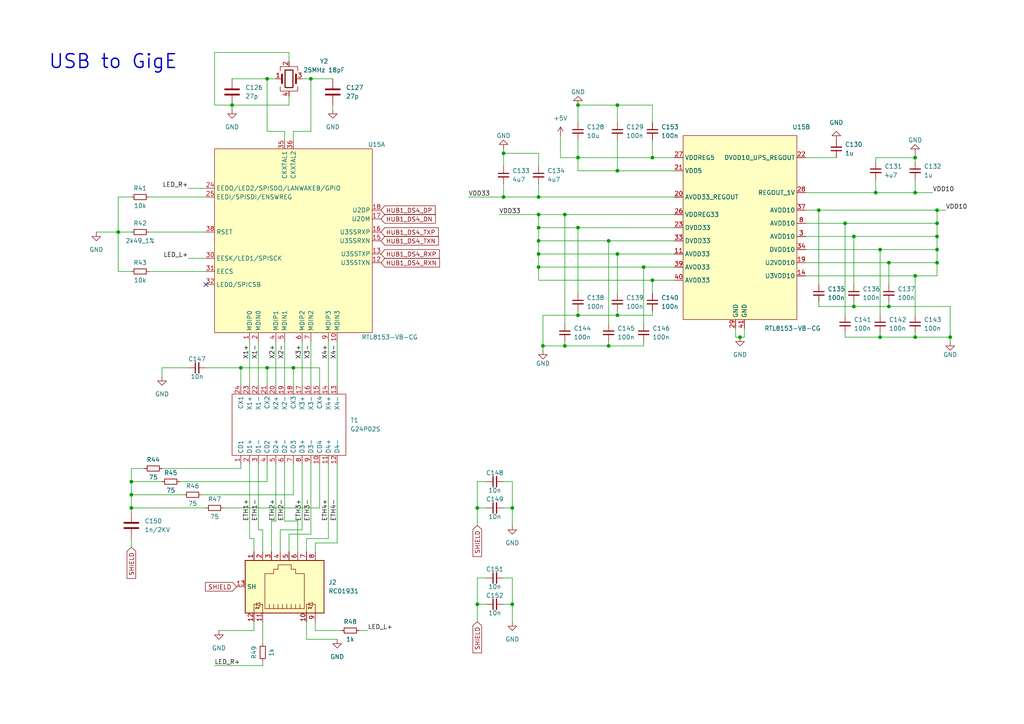
<source format=kicad_sch>
(kicad_sch (version 20230121) (generator eeschema)
  (paper "A4")
  (lib_symbols
    (symbol "CakeUSB:G24P02S"
      (property "Reference" "T" (at -8.89 17.78 0))
      (property "Value" "G24P02S" (at 8.89 17.78 0))
      (symbol "G24P02S_0_1"
        (rectangle (start -8.89 16.51) (end 8.89 -16.51))
      )
      (symbol "G24P02S_1_1"
        (pin bidirectional line (at -11.43 13.97 0) (length 2.54) (name "CD1") (number "1"))
        (pin bidirectional line (at -11.43 -8.89 0) (length 2.54) (name "CD4") (number "10"))
        (pin bidirectional line (at -11.43 -11.43 0) (length 2.54) (name "D4+") (number "11"))
        (pin bidirectional line (at -11.43 -13.97 0) (length 2.54) (name "D4-") (number "12"))
        (pin bidirectional line (at 11.43 -13.97 180) (length 2.54) (name "X4-") (number "13"))
        (pin bidirectional line (at 11.43 -11.43 180) (length 2.54) (name "X4+") (number "14"))
        (pin bidirectional line (at 11.43 -8.89 180) (length 2.54) (name "CX4") (number "15"))
        (pin bidirectional line (at 11.43 -6.35 180) (length 2.54) (name "X3-") (number "16"))
        (pin bidirectional line (at 11.43 -3.81 180) (length 2.54) (name "X3+") (number "17"))
        (pin bidirectional line (at 11.43 -1.27 180) (length 2.54) (name "CX3") (number "18"))
        (pin bidirectional line (at 11.43 1.27 180) (length 2.54) (name "X2-") (number "19"))
        (pin bidirectional line (at -11.43 11.43 0) (length 2.54) (name "D1+") (number "2"))
        (pin bidirectional line (at 11.43 3.81 180) (length 2.54) (name "X2+") (number "20"))
        (pin bidirectional line (at 11.43 6.35 180) (length 2.54) (name "CX2") (number "21"))
        (pin bidirectional line (at 11.43 8.89 180) (length 2.54) (name "X1-") (number "22"))
        (pin bidirectional line (at 11.43 11.43 180) (length 2.54) (name "X1+") (number "23"))
        (pin bidirectional line (at 11.43 13.97 180) (length 2.54) (name "CX1") (number "24"))
        (pin bidirectional line (at -11.43 8.89 0) (length 2.54) (name "D1-") (number "3"))
        (pin bidirectional line (at -11.43 6.35 0) (length 2.54) (name "CD2") (number "4"))
        (pin bidirectional line (at -11.43 3.81 0) (length 2.54) (name "D2+") (number "5"))
        (pin bidirectional line (at -11.43 1.27 0) (length 2.54) (name "D2-") (number "6"))
        (pin bidirectional line (at -11.43 -1.27 0) (length 2.54) (name "CD3") (number "7"))
        (pin bidirectional line (at -11.43 -3.81 0) (length 2.54) (name "D3+") (number "8"))
        (pin bidirectional line (at -11.43 -6.35 0) (length 2.54) (name "D3-") (number "9"))
      )
    )
    (symbol "CakeUSB:RC01931"
      (property "Reference" "J" (at -8.89 13.97 0))
      (property "Value" "RC01931" (at 10.16 13.97 0))
      (symbol "RC01931_0_1"
        (rectangle (start -7.62 11.43) (end 7.62 -11.43) (stroke (width 0.254)) (fill (type background)))
        (polyline (pts (xy -7.62 -8.89) (xy -5.08 -8.89)))
        (polyline (pts (xy -7.62 -6.35) (xy -5.08 -6.35)))
        (polyline (pts (xy -7.62 6.35) (xy -5.08 6.35)))
        (polyline (pts (xy -7.62 8.89) (xy -5.08 8.89)))
        (polyline (pts (xy -6.3462 -8.4227) (xy -6.2192 -8.0417)))
        (polyline (pts (xy -6.3462 -7.7877) (xy -6.2192 -7.4067)))
        (polyline (pts (xy -6.3324 6.8233) (xy -6.2054 7.2043)))
        (polyline (pts (xy -6.3324 7.4583) (xy -6.2054 7.8393)))
        (polyline (pts (xy -5.08 3.175) (xy -6.35 3.175)))
        (polyline (pts (xy -5.08 4.445) (xy -6.35 4.445)))
        (polyline (pts (xy -5.0762 -8.9307) (xy -5.0762 -8.1687)))
        (polyline (pts (xy -5.0762 -6.3907) (xy -5.0762 -7.1527)))
        (polyline (pts (xy -5.0624 6.3153) (xy -5.0624 7.0773)))
        (polyline (pts (xy -5.0624 8.8553) (xy -5.0624 8.0933)))
        (polyline (pts (xy -4.5682 -8.1687) (xy -5.5842 -8.1687)))
        (polyline (pts (xy -4.5544 7.0773) (xy -5.5704 7.0773)))
        (polyline (pts (xy -6.35 -4.445) (xy -5.08 -4.445) (xy -5.08 -4.445)))
        (polyline (pts (xy -6.35 -3.175) (xy -5.08 -3.175) (xy -5.08 -3.175)))
        (polyline (pts (xy -6.35 -1.905) (xy -5.08 -1.905) (xy -5.08 -1.905)))
        (polyline (pts (xy -6.35 -0.635) (xy -5.08 -0.635) (xy -5.08 -0.635)))
        (polyline (pts (xy -6.35 0.635) (xy -5.08 0.635) (xy -5.08 0.635)))
        (polyline (pts (xy -5.8382 -7.9147) (xy -6.3462 -8.4227) (xy -5.9652 -8.2957)))
        (polyline (pts (xy -5.8382 -7.2797) (xy -6.3462 -7.7877) (xy -5.9652 -7.6607)))
        (polyline (pts (xy -5.8244 7.3313) (xy -6.3324 6.8233) (xy -5.9514 6.9503)))
        (polyline (pts (xy -5.8244 7.9663) (xy -6.3324 7.4583) (xy -5.9514 7.5853)))
        (polyline (pts (xy -5.08 1.905) (xy -6.35 1.905) (xy -6.35 1.905)))
        (polyline (pts (xy -5.0762 -8.1687) (xy -4.5682 -7.1527) (xy -5.5842 -7.1527) (xy -5.0762 -8.1687)))
        (polyline (pts (xy -5.0624 7.0773) (xy -4.5544 8.0933) (xy -5.5704 8.0933) (xy -5.0624 7.0773)))
        (polyline (pts (xy -6.35 -5.715) (xy -6.35 5.715) (xy 3.81 5.715) (xy 3.81 3.175) (xy 5.08 3.175) (xy 5.08 1.905) (xy 6.35 1.905) (xy 6.35 -1.905) (xy 5.08 -1.905) (xy 5.08 -3.175) (xy 3.81 -3.175) (xy 3.81 -5.715) (xy -6.35 -5.715) (xy -6.35 -5.715)))
      )
      (symbol "RC01931_1_1"
        (pin passive line (at 10.16 -8.89 180) (length 2.54) (name "~") (number "1"))
        (pin passive line (at -10.16 6.35 0) (length 2.54) (name "~") (number "10"))
        (pin passive line (at -10.16 -6.35 0) (length 2.54) (name "~") (number "11"))
        (pin passive line (at -10.16 -8.89 0) (length 2.54) (name "~") (number "12"))
        (pin passive line (at 0 -13.97 90) (length 2.54) (name "SH") (number "13"))
        (pin passive line (at 10.16 -6.35 180) (length 2.54) (name "~") (number "2"))
        (pin passive line (at 10.16 -3.81 180) (length 2.54) (name "~") (number "3"))
        (pin passive line (at 10.16 -1.27 180) (length 2.54) (name "~") (number "4"))
        (pin passive line (at 10.16 1.27 180) (length 2.54) (name "~") (number "5"))
        (pin passive line (at 10.16 3.81 180) (length 2.54) (name "~") (number "6"))
        (pin passive line (at 10.16 6.35 180) (length 2.54) (name "~") (number "7"))
        (pin passive line (at 10.16 8.89 180) (length 2.54) (name "~") (number "8"))
        (pin passive line (at -10.16 8.89 0) (length 2.54) (name "~") (number "9"))
      )
    )
    (symbol "CakeUSB:RTL8153B-VB-CG"
      (property "Reference" "U" (at -17.78 29.21 0))
      (property "Value" "RTL8153-VB-CG" (at 25.4 29.21 0))
      (symbol "RTL8153B-VB-CG_1_1"
        (rectangle (start -22.86 26.67) (end 22.86 -26.67) (fill (type background)))
        (pin passive line (at -12.7 -29.21 90) (length 2.54) (name "MDIP0") (number "1"))
        (pin passive line (at 12.7 -29.21 90) (length 2.54) (name "MDIN3") (number "10"))
        (pin output line (at 25.4 -6.35 180) (length 2.54) (name "U3SSTXN") (number "12"))
        (pin output line (at 25.4 -3.81 180) (length 2.54) (name "U3SSTXP") (number "13"))
        (pin input line (at 25.4 0 180) (length 2.54) (name "U3SSRXN") (number "15"))
        (pin input line (at 25.4 2.54 180) (length 2.54) (name "U3SSRXP") (number "16"))
        (pin bidirectional line (at 25.4 6.35 180) (length 2.54) (name "U2DM") (number "17"))
        (pin bidirectional line (at 25.4 8.89 180) (length 2.54) (name "U2DP") (number "18"))
        (pin passive line (at -10.16 -29.21 90) (length 2.54) (name "MDIN0") (number "2"))
        (pin passive line (at -25.4 15.24 0) (length 2.54) (name "EEDO/LED2/SPISDO/LANWAKEB/GPIO") (number "24"))
        (pin passive line (at -25.4 12.7 0) (length 2.54) (name "EEDI/SPISDI/ENSWREG") (number "25"))
        (pin passive line (at -25.4 -5.08 0) (length 2.54) (name "EESK/LED1/SPISCK") (number "30"))
        (pin passive line (at -25.4 -8.89 0) (length 2.54) (name "EECS") (number "31"))
        (pin passive line (at -25.4 -12.7 0) (length 2.54) (name "LED0/SPICSB") (number "32"))
        (pin input line (at -2.54 29.21 270) (length 2.54) (name "CKXTAL1") (number "35"))
        (pin bidirectional line (at 0 29.21 270) (length 2.54) (name "CKXTAL2") (number "36"))
        (pin passive line (at -25.4 2.54 0) (length 2.54) (name "RSET") (number "38"))
        (pin passive line (at -5.08 -29.21 90) (length 2.54) (name "MDIP1") (number "4"))
        (pin passive line (at -2.54 -29.21 90) (length 2.54) (name "MDIN1") (number "5"))
        (pin passive line (at 2.54 -29.21 90) (length 2.54) (name "MDIP2") (number "6"))
        (pin passive line (at 5.08 -29.21 90) (length 2.54) (name "MDIN2") (number "7"))
        (pin passive line (at 10.16 -29.21 90) (length 2.54) (name "MDIP3") (number "9"))
      )
      (symbol "RTL8153B-VB-CG_2_1"
        (rectangle (start -16.51 26.67) (end 16.51 -26.67) (fill (type background)))
        (pin power_in line (at -19.05 -7.62 0) (length 2.54) (name "AVDD33") (number "11"))
        (pin power_in line (at 19.05 -13.97 180) (length 2.54) (name "U3VDD10") (number "14"))
        (pin power_in line (at 19.05 -10.16 180) (length 2.54) (name "U2VDD10") (number "19"))
        (pin power_out line (at -19.05 8.89 0) (length 2.54) (name "AVDD33_REGOUT") (number "20"))
        (pin power_in line (at -19.05 16.51 0) (length 2.54) (name "VDD5") (number "21"))
        (pin power_out line (at 19.05 20.32 180) (length 2.54) (name "DVDD10_UPS_REGOUT") (number "22"))
        (pin power_in line (at -19.05 0 0) (length 2.54) (name "DVDD33") (number "23"))
        (pin power_in line (at -19.05 3.81 0) (length 2.54) (name "VDDREG33") (number "26"))
        (pin power_in line (at -19.05 20.32 0) (length 2.54) (name "VDDREG5") (number "27"))
        (pin power_out line (at 19.05 10.16 180) (length 2.54) (name "REGOUT_1V") (number "28"))
        (pin power_in line (at -1.27 -29.21 90) (length 2.54) (name "GND") (number "29"))
        (pin power_in line (at 19.05 -2.54 180) (length 2.54) (name "AVDD10") (number "3"))
        (pin power_in line (at -19.05 -3.81 0) (length 2.54) (name "DVDD33") (number "33"))
        (pin power_in line (at 19.05 -6.35 180) (length 2.54) (name "DVDD10") (number "34"))
        (pin power_in line (at 19.05 5.08 180) (length 2.54) (name "AVDD10") (number "37"))
        (pin power_in line (at -19.05 -11.43 0) (length 2.54) (name "AVDD33") (number "39"))
        (pin power_in line (at -19.05 -15.24 0) (length 2.54) (name "AVDD33") (number "40"))
        (pin power_in line (at 1.27 -29.21 90) (length 2.54) (name "GND") (number "41"))
        (pin power_in line (at 19.05 1.27 180) (length 2.54) (name "AVDD10") (number "8"))
      )
    )
    (symbol "Device:C" (pin_numbers hide) (pin_names (offset 0.254))
      (property "Reference" "C" (at 0.635 2.54 0))
      (property "Value" "C" (at 0.635 -2.54 0))
      (symbol "C_0_1"
        (polyline (pts (xy -2.032 -0.762) (xy 2.032 -0.762)) (stroke (width 0.508)))
        (polyline (pts (xy -2.032 0.762) (xy 2.032 0.762)) (stroke (width 0.508)))
      )
      (symbol "C_1_1"
        (pin passive line (at 0 3.81 270) (length 2.794) (name "~") (number "1"))
        (pin passive line (at 0 -3.81 90) (length 2.794) (name "~") (number "2"))
      )
    )
    (symbol "Device:C_Small" (pin_numbers hide) (pin_names (offset 0.254) hide)
      (property "Reference" "C" (at 0.254 1.778 0))
      (property "Value" "C_Small" (at 0.254 -2.032 0))
      (symbol "C_Small_0_1"
        (polyline (pts (xy -1.524 -0.508) (xy 1.524 -0.508)) (stroke (width 0.3302)))
        (polyline (pts (xy -1.524 0.508) (xy 1.524 0.508)) (stroke (width 0.3048)))
      )
      (symbol "C_Small_1_1"
        (pin passive line (at 0 2.54 270) (length 2.032) (name "~") (number "1"))
        (pin passive line (at 0 -2.54 90) (length 2.032) (name "~") (number "2"))
      )
    )
    (symbol "Device:Crystal_GND24" (pin_names (offset 1.016) hide)
      (property "Reference" "Y" (at 3.175 5.08 0))
      (property "Value" "Crystal_GND24" (at 3.175 3.175 0))
      (symbol "Crystal_GND24_0_1"
        (rectangle (start -1.143 2.54) (end 1.143 -2.54) (stroke (width 0.3048)))
        (polyline (pts (xy -2.54 0) (xy -2.032 0)))
        (polyline (pts (xy -2.032 -1.27) (xy -2.032 1.27)) (stroke (width 0.508)))
        (polyline (pts (xy 0 -3.81) (xy 0 -3.556)))
        (polyline (pts (xy 0 3.556) (xy 0 3.81)))
        (polyline (pts (xy 2.032 -1.27) (xy 2.032 1.27)) (stroke (width 0.508)))
        (polyline (pts (xy 2.032 0) (xy 2.54 0)))
        (polyline (pts (xy -2.54 -2.286) (xy -2.54 -3.556) (xy 2.54 -3.556) (xy 2.54 -2.286)))
        (polyline (pts (xy -2.54 2.286) (xy -2.54 3.556) (xy 2.54 3.556) (xy 2.54 2.286)))
      )
      (symbol "Crystal_GND24_1_1"
        (pin passive line (at -3.81 0 0) (length 1.27) (name "1") (number "1"))
        (pin passive line (at 0 5.08 270) (length 1.27) (name "2") (number "2"))
        (pin passive line (at 3.81 0 180) (length 1.27) (name "3") (number "3"))
        (pin passive line (at 0 -5.08 90) (length 1.27) (name "4") (number "4"))
      )
    )
    (symbol "Device:R_Small" (pin_numbers hide) (pin_names (offset 0.254) hide)
      (property "Reference" "R" (at 0.762 0.508 0))
      (property "Value" "R_Small" (at 0.762 -1.016 0))
      (symbol "R_Small_0_1"
        (rectangle (start -0.762 1.778) (end 0.762 -1.778) (stroke (width 0.2032)))
      )
      (symbol "R_Small_1_1"
        (pin passive line (at 0 2.54 270) (length 0.762) (name "~") (number "1"))
        (pin passive line (at 0 -2.54 90) (length 0.762) (name "~") (number "2"))
      )
    )
    (symbol "power:+5V" (power) (pin_names (offset 0))
      (property "Value" "+5V" (at 0 3.556 0))
      (symbol "+5V_0_1"
        (polyline (pts (xy -0.762 1.27) (xy 0 2.54)))
        (polyline (pts (xy 0 0) (xy 0 2.54)))
        (polyline (pts (xy 0 2.54) (xy 0.762 1.27)))
      )
      (symbol "+5V_1_1"
        (pin power_in line (at 0 0 90) (length 0) hide (name "+5V") (number "1"))
      )
    )
    (symbol "power:GND" (power) (pin_names (offset 0))
      (property "Value" "GND" (at 0 -3.81 0))
      (symbol "GND_0_1"
        (polyline (pts (xy 0 0) (xy 0 -1.27) (xy 1.27 -1.27) (xy 0 -2.54) (xy -1.27 -1.27) (xy 0 -1.27)))
      )
      (symbol "GND_1_1"
        (pin power_in line (at 0 0 270) (length 0) hide (name "GND") (number "1"))
      )
    )
  )
  (junction (at 254 55.88))
  (junction (at 146.05 44.45))
  (junction (at 179.07 30.48))
  (junction (at 38.1 147.32))
  (junction (at 156.21 73.66))
  (junction (at 163.83 62.23))
  (junction (at 176.53 100.33))
  (junction (at 38.1 143.51))
  (junction (at 247.65 68.58))
  (junction (at 179.07 49.53))
  (junction (at 167.64 30.48))
  (junction (at 271.78 76.2))
  (junction (at 186.69 77.47))
  (junction (at 156.21 57.15))
  (junction (at 265.43 45.72))
  (junction (at 85.09 106.68))
  (junction (at 146.05 57.15))
  (junction (at 77.47 106.68))
  (junction (at 148.59 175.26))
  (junction (at 156.21 77.47))
  (junction (at 167.64 45.72))
  (junction (at 257.81 88.9))
  (junction (at 271.78 72.39))
  (junction (at 179.07 73.66))
  (junction (at 265.43 80.01))
  (junction (at 247.65 88.9))
  (junction (at 167.64 66.04))
  (junction (at 271.78 68.58))
  (junction (at 163.83 100.33))
  (junction (at 237.49 60.96))
  (junction (at 156.21 66.04))
  (junction (at 138.43 175.26))
  (junction (at 255.27 72.39))
  (junction (at 271.78 60.96))
  (junction (at 34.29 67.31))
  (junction (at 265.43 97.79))
  (junction (at 77.47 22.86))
  (junction (at 156.21 69.85))
  (junction (at 275.59 97.79))
  (junction (at 67.31 30.48))
  (junction (at 90.17 22.86))
  (junction (at 148.59 147.32))
  (junction (at 179.07 91.44))
  (junction (at 255.27 97.79))
  (junction (at 38.1 139.7))
  (junction (at 176.53 69.85))
  (junction (at 257.81 76.2))
  (junction (at 189.23 45.72))
  (junction (at 167.64 91.44))
  (junction (at 265.43 55.88))
  (junction (at 245.11 64.77))
  (junction (at 189.23 81.28))
  (junction (at 271.78 64.77))
  (junction (at 157.48 100.33))
  (junction (at 69.85 106.68))
  (junction (at 214.63 97.79))
  (junction (at 138.43 147.32))
  (junction (at 156.21 62.23))
  (no_connect (at 59.69 82.55))
  (wire (pts (xy 163.83 100.33) (xy 157.48 100.33)))
  (wire (pts (xy 91.44 182.88) (xy 91.44 180.34)))
  (wire (pts (xy 157.48 91.44) (xy 157.48 100.33)))
  (wire (pts (xy 275.59 99.06) (xy 275.59 97.79)))
  (wire (pts (xy 87.63 134.62) (xy 87.63 153.67)))
  (wire (pts (xy 156.21 81.28) (xy 156.21 77.47)))
  (wire (pts (xy 95.25 134.62) (xy 95.25 156.21)))
  (wire (pts (xy 82.55 134.62) (xy 82.55 151.13)))
  (wire (pts (xy 83.82 15.24) (xy 62.23 15.24)))
  (wire (pts (xy 88.9 160.02) (xy 88.9 156.21)))
  (wire (pts (xy 186.69 100.33) (xy 186.69 99.06)))
  (wire (pts (xy 86.36 160.02) (xy 86.36 151.13)))
  (wire (pts (xy 247.65 68.58) (xy 247.65 82.55)))
  (wire (pts (xy 233.68 45.72) (xy 242.57 45.72)))
  (wire (pts (xy 189.23 81.28) (xy 189.23 85.09)))
  (wire (pts (xy 148.59 167.64) (xy 148.59 175.26)))
  (wire (pts (xy 138.43 175.26) (xy 140.97 175.26)))
  (wire (pts (xy 237.49 88.9) (xy 237.49 87.63)))
  (wire (pts (xy 245.11 97.79) (xy 245.11 96.52)))
  (wire (pts (xy 247.65 68.58) (xy 271.78 68.58)))
  (wire (pts (xy 82.55 99.06) (xy 82.55 111.76)))
  (wire (pts (xy 46.99 106.68) (xy 54.61 106.68)))
  (wire (pts (xy 176.53 100.33) (xy 176.53 99.06)))
  (wire (pts (xy 163.83 62.23) (xy 195.58 62.23)))
  (wire (pts (xy 156.21 73.66) (xy 156.21 77.47)))
  (wire (pts (xy 245.11 97.79) (xy 255.27 97.79)))
  (wire (pts (xy 146.05 43.18) (xy 146.05 44.45)))
  (wire (pts (xy 77.47 106.68) (xy 77.47 111.76)))
  (wire (pts (xy 76.2 153.67) (xy 74.93 153.67)))
  (wire (pts (xy 91.44 160.02) (xy 91.44 157.48)))
  (wire (pts (xy 271.78 68.58) (xy 271.78 64.77)))
  (wire (pts (xy 74.93 99.06) (xy 74.93 111.76)))
  (wire (pts (xy 179.07 49.53) (xy 195.58 49.53)))
  (wire (pts (xy 255.27 97.79) (xy 265.43 97.79)))
  (wire (pts (xy 167.64 30.48) (xy 167.64 35.56)))
  (wire (pts (xy 271.78 72.39) (xy 271.78 68.58)))
  (wire (pts (xy 189.23 35.56) (xy 189.23 30.48)))
  (wire (pts (xy 215.9 97.79) (xy 214.63 97.79)))
  (wire (pts (xy 233.68 55.88) (xy 254 55.88)))
  (wire (pts (xy 156.21 69.85) (xy 156.21 73.66)))
  (wire (pts (xy 257.81 76.2) (xy 257.81 82.55)))
  (wire (pts (xy 138.43 175.26) (xy 138.43 167.64)))
  (wire (pts (xy 265.43 45.72) (xy 265.43 46.99)))
  (wire (pts (xy 43.18 67.31) (xy 59.69 67.31)))
  (wire (pts (xy 38.1 135.89) (xy 41.91 135.89)))
  (wire (pts (xy 245.11 64.77) (xy 271.78 64.77)))
  (wire (pts (xy 85.09 38.1) (xy 90.17 38.1)))
  (wire (pts (xy 77.47 139.7) (xy 52.07 139.7)))
  (wire (pts (xy 176.53 69.85) (xy 195.58 69.85)))
  (wire (pts (xy 38.1 135.89) (xy 38.1 139.7)))
  (wire (pts (xy 73.66 156.21) (xy 72.39 156.21)))
  (wire (pts (xy 156.21 69.85) (xy 176.53 69.85)))
  (wire (pts (xy 167.64 40.64) (xy 167.64 45.72)))
  (wire (pts (xy 156.21 66.04) (xy 167.64 66.04)))
  (wire (pts (xy 156.21 44.45) (xy 156.21 48.26)))
  (wire (pts (xy 271.78 80.01) (xy 271.78 76.2)))
  (wire (pts (xy 62.23 193.04) (xy 76.2 193.04)))
  (wire (pts (xy 138.43 147.32) (xy 138.43 139.7)))
  (wire (pts (xy 176.53 69.85) (xy 176.53 93.98)))
  (wire (pts (xy 96.52 30.48) (xy 96.52 31.75)))
  (wire (pts (xy 135.89 57.15) (xy 146.05 57.15)))
  (wire (pts (xy 92.71 147.32) (xy 64.77 147.32)))
  (wire (pts (xy 257.81 88.9) (xy 275.59 88.9)))
  (wire (pts (xy 76.2 193.04) (xy 76.2 191.77)))
  (wire (pts (xy 189.23 45.72) (xy 195.58 45.72)))
  (wire (pts (xy 86.36 151.13) (xy 82.55 151.13)))
  (wire (pts (xy 146.05 44.45) (xy 156.21 44.45)))
  (wire (pts (xy 255.27 97.79) (xy 255.27 96.52)))
  (wire (pts (xy 237.49 60.96) (xy 237.49 82.55)))
  (wire (pts (xy 69.85 135.89) (xy 46.99 135.89)))
  (wire (pts (xy 167.64 45.72) (xy 189.23 45.72)))
  (wire (pts (xy 215.9 95.25) (xy 215.9 97.79)))
  (wire (pts (xy 163.83 100.33) (xy 176.53 100.33)))
  (wire (pts (xy 85.09 143.51) (xy 85.09 134.62)))
  (wire (pts (xy 156.21 53.34) (xy 156.21 57.15)))
  (wire (pts (xy 167.64 66.04) (xy 167.64 85.09)))
  (wire (pts (xy 138.43 147.32) (xy 140.97 147.32)))
  (wire (pts (xy 179.07 90.17) (xy 179.07 91.44)))
  (wire (pts (xy 80.01 134.62) (xy 80.01 151.13)))
  (wire (pts (xy 233.68 80.01) (xy 265.43 80.01)))
  (wire (pts (xy 254 45.72) (xy 254 46.99)))
  (wire (pts (xy 62.23 30.48) (xy 67.31 30.48)))
  (wire (pts (xy 69.85 106.68) (xy 77.47 106.68)))
  (wire (pts (xy 104.14 182.88) (xy 106.68 182.88)))
  (wire (pts (xy 233.68 60.96) (xy 237.49 60.96)))
  (wire (pts (xy 67.31 30.48) (xy 67.31 31.75)))
  (wire (pts (xy 156.21 81.28) (xy 189.23 81.28)))
  (wire (pts (xy 90.17 22.86) (xy 96.52 22.86)))
  (wire (pts (xy 271.78 60.96) (xy 274.32 60.96)))
  (wire (pts (xy 83.82 17.78) (xy 83.82 15.24)))
  (wire (pts (xy 156.21 77.47) (xy 186.69 77.47)))
  (wire (pts (xy 73.66 182.88) (xy 73.66 180.34)))
  (wire (pts (xy 95.25 99.06) (xy 95.25 111.76)))
  (wire (pts (xy 146.05 167.64) (xy 148.59 167.64)))
  (wire (pts (xy 213.36 95.25) (xy 213.36 97.79)))
  (wire (pts (xy 83.82 30.48) (xy 67.31 30.48)))
  (wire (pts (xy 88.9 156.21) (xy 95.25 156.21)))
  (wire (pts (xy 38.1 156.21) (xy 38.1 158.75)))
  (wire (pts (xy 179.07 35.56) (xy 179.07 30.48)))
  (wire (pts (xy 81.28 153.67) (xy 87.63 153.67)))
  (wire (pts (xy 38.1 57.15) (xy 34.29 57.15)))
  (wire (pts (xy 59.69 106.68) (xy 69.85 106.68)))
  (wire (pts (xy 90.17 134.62) (xy 90.17 154.94)))
  (wire (pts (xy 91.44 182.88) (xy 99.06 182.88)))
  (wire (pts (xy 157.48 100.33) (xy 157.48 101.6)))
  (wire (pts (xy 76.2 180.34) (xy 76.2 186.69)))
  (wire (pts (xy 167.64 66.04) (xy 195.58 66.04)))
  (wire (pts (xy 83.82 154.94) (xy 90.17 154.94)))
  (wire (pts (xy 148.59 152.4) (xy 148.59 147.32)))
  (wire (pts (xy 92.71 106.68) (xy 92.71 111.76)))
  (wire (pts (xy 90.17 99.06) (xy 90.17 111.76)))
  (wire (pts (xy 265.43 80.01) (xy 265.43 91.44)))
  (wire (pts (xy 189.23 91.44) (xy 189.23 90.17)))
  (wire (pts (xy 167.64 91.44) (xy 157.48 91.44)))
  (wire (pts (xy 255.27 72.39) (xy 255.27 91.44)))
  (wire (pts (xy 146.05 57.15) (xy 156.21 57.15)))
  (wire (pts (xy 38.1 139.7) (xy 38.1 143.51)))
  (wire (pts (xy 265.43 44.45) (xy 265.43 45.72)))
  (wire (pts (xy 38.1 143.51) (xy 38.1 147.32)))
  (wire (pts (xy 83.82 160.02) (xy 83.82 154.94)))
  (wire (pts (xy 144.78 62.23) (xy 156.21 62.23)))
  (wire (pts (xy 54.61 54.61) (xy 59.69 54.61)))
  (wire (pts (xy 167.64 49.53) (xy 167.64 45.72)))
  (wire (pts (xy 53.34 143.51) (xy 38.1 143.51)))
  (wire (pts (xy 156.21 57.15) (xy 195.58 57.15)))
  (wire (pts (xy 265.43 97.79) (xy 275.59 97.79)))
  (wire (pts (xy 179.07 40.64) (xy 179.07 49.53)))
  (wire (pts (xy 54.61 74.93) (xy 59.69 74.93)))
  (wire (pts (xy 34.29 78.74) (xy 38.1 78.74)))
  (wire (pts (xy 186.69 77.47) (xy 195.58 77.47)))
  (wire (pts (xy 72.39 134.62) (xy 72.39 156.21)))
  (wire (pts (xy 213.36 97.79) (xy 214.63 97.79)))
  (wire (pts (xy 85.09 106.68) (xy 85.09 111.76)))
  (wire (pts (xy 78.74 160.02) (xy 78.74 151.13)))
  (wire (pts (xy 138.43 139.7) (xy 140.97 139.7)))
  (wire (pts (xy 146.05 44.45) (xy 146.05 48.26)))
  (wire (pts (xy 62.23 15.24) (xy 62.23 30.48)))
  (wire (pts (xy 254 52.07) (xy 254 55.88)))
  (wire (pts (xy 254 45.72) (xy 265.43 45.72)))
  (wire (pts (xy 59.69 147.32) (xy 38.1 147.32)))
  (wire (pts (xy 186.69 77.47) (xy 186.69 93.98)))
  (wire (pts (xy 27.94 67.31) (xy 34.29 67.31)))
  (wire (pts (xy 179.07 73.66) (xy 179.07 85.09)))
  (wire (pts (xy 72.39 99.06) (xy 72.39 111.76)))
  (wire (pts (xy 77.47 134.62) (xy 77.47 139.7)))
  (wire (pts (xy 148.59 139.7) (xy 148.59 147.32)))
  (wire (pts (xy 69.85 106.68) (xy 69.85 111.76)))
  (wire (pts (xy 38.1 147.32) (xy 38.1 148.59)))
  (wire (pts (xy 156.21 66.04) (xy 156.21 69.85)))
  (wire (pts (xy 233.68 76.2) (xy 257.81 76.2)))
  (wire (pts (xy 138.43 180.34) (xy 138.43 175.26)))
  (wire (pts (xy 167.64 49.53) (xy 179.07 49.53)))
  (wire (pts (xy 163.83 100.33) (xy 163.83 99.06)))
  (wire (pts (xy 271.78 76.2) (xy 271.78 72.39)))
  (wire (pts (xy 81.28 153.67) (xy 81.28 160.02)))
  (wire (pts (xy 88.9 185.42) (xy 88.9 180.34)))
  (wire (pts (xy 43.18 78.74) (xy 59.69 78.74)))
  (wire (pts (xy 254 55.88) (xy 265.43 55.88)))
  (wire (pts (xy 69.85 134.62) (xy 69.85 135.89)))
  (wire (pts (xy 237.49 88.9) (xy 247.65 88.9)))
  (wire (pts (xy 85.09 40.64) (xy 85.09 38.1)))
  (wire (pts (xy 34.29 57.15) (xy 34.29 67.31)))
  (wire (pts (xy 87.63 99.06) (xy 87.63 111.76)))
  (wire (pts (xy 77.47 22.86) (xy 77.47 38.1)))
  (wire (pts (xy 257.81 88.9) (xy 257.81 87.63)))
  (wire (pts (xy 34.29 67.31) (xy 34.29 78.74)))
  (wire (pts (xy 148.59 175.26) (xy 146.05 175.26)))
  (wire (pts (xy 82.55 38.1) (xy 82.55 40.64)))
  (wire (pts (xy 77.47 22.86) (xy 80.01 22.86)))
  (wire (pts (xy 156.21 62.23) (xy 163.83 62.23)))
  (wire (pts (xy 265.43 97.79) (xy 265.43 96.52)))
  (wire (pts (xy 156.21 62.23) (xy 156.21 66.04)))
  (wire (pts (xy 162.56 45.72) (xy 162.56 39.37)))
  (wire (pts (xy 46.99 139.7) (xy 38.1 139.7)))
  (wire (pts (xy 97.79 185.42) (xy 88.9 185.42)))
  (wire (pts (xy 179.07 30.48) (xy 189.23 30.48)))
  (wire (pts (xy 179.07 73.66) (xy 195.58 73.66)))
  (wire (pts (xy 247.65 88.9) (xy 247.65 87.63)))
  (wire (pts (xy 255.27 72.39) (xy 271.78 72.39)))
  (wire (pts (xy 74.93 134.62) (xy 74.93 153.67)))
  (wire (pts (xy 87.63 22.86) (xy 90.17 22.86)))
  (wire (pts (xy 271.78 64.77) (xy 271.78 60.96)))
  (wire (pts (xy 189.23 81.28) (xy 195.58 81.28)))
  (wire (pts (xy 97.79 99.06) (xy 97.79 111.76)))
  (wire (pts (xy 138.43 167.64) (xy 140.97 167.64)))
  (wire (pts (xy 77.47 106.68) (xy 85.09 106.68)))
  (wire (pts (xy 162.56 45.72) (xy 167.64 45.72)))
  (wire (pts (xy 189.23 91.44) (xy 179.07 91.44)))
  (wire (pts (xy 233.68 68.58) (xy 247.65 68.58)))
  (wire (pts (xy 146.05 139.7) (xy 148.59 139.7)))
  (wire (pts (xy 92.71 134.62) (xy 92.71 147.32)))
  (wire (pts (xy 91.44 157.48) (xy 97.79 157.48)))
  (wire (pts (xy 148.59 180.34) (xy 148.59 175.26)))
  (wire (pts (xy 167.64 30.48) (xy 179.07 30.48)))
  (wire (pts (xy 265.43 55.88) (xy 270.51 55.88)))
  (wire (pts (xy 233.68 72.39) (xy 255.27 72.39)))
  (wire (pts (xy 138.43 152.4) (xy 138.43 147.32)))
  (wire (pts (xy 58.42 143.51) (xy 85.09 143.51)))
  (wire (pts (xy 80.01 99.06) (xy 80.01 111.76)))
  (wire (pts (xy 265.43 80.01) (xy 271.78 80.01)))
  (wire (pts (xy 275.59 88.9) (xy 275.59 97.79)))
  (wire (pts (xy 245.11 64.77) (xy 245.11 91.44)))
  (wire (pts (xy 34.29 67.31) (xy 38.1 67.31)))
  (wire (pts (xy 146.05 53.34) (xy 146.05 57.15)))
  (wire (pts (xy 237.49 60.96) (xy 271.78 60.96)))
  (wire (pts (xy 76.2 160.02) (xy 76.2 153.67)))
  (wire (pts (xy 46.99 109.22) (xy 46.99 106.68)))
  (wire (pts (xy 189.23 40.64) (xy 189.23 45.72)))
  (wire (pts (xy 156.21 73.66) (xy 179.07 73.66)))
  (wire (pts (xy 167.64 90.17) (xy 167.64 91.44)))
  (wire (pts (xy 90.17 38.1) (xy 90.17 22.86)))
  (wire (pts (xy 148.59 147.32) (xy 146.05 147.32)))
  (wire (pts (xy 97.79 134.62) (xy 97.79 157.48)))
  (wire (pts (xy 176.53 100.33) (xy 186.69 100.33)))
  (wire (pts (xy 43.18 57.15) (xy 59.69 57.15)))
  (wire (pts (xy 77.47 38.1) (xy 82.55 38.1)))
  (wire (pts (xy 167.64 91.44) (xy 179.07 91.44)))
  (wire (pts (xy 163.83 62.23) (xy 163.83 93.98)))
  (wire (pts (xy 83.82 27.94) (xy 83.82 30.48)))
  (wire (pts (xy 257.81 76.2) (xy 271.78 76.2)))
  (wire (pts (xy 265.43 52.07) (xy 265.43 55.88)))
  (wire (pts (xy 85.09 106.68) (xy 92.71 106.68)))
  (wire (pts (xy 78.74 151.13) (xy 80.01 151.13)))
  (wire (pts (xy 233.68 64.77) (xy 245.11 64.77)))
  (wire (pts (xy 73.66 160.02) (xy 73.66 156.21)))
  (wire (pts (xy 247.65 88.9) (xy 257.81 88.9)))
  (wire (pts (xy 67.31 22.86) (xy 77.47 22.86)))
  (wire (pts (xy 63.5 182.88) (xy 73.66 182.88)))
  (text "\"Note that the switching regulator 1.0V output pin (REGOUT) must be \nconnected only to DVDD10, AVDD10, U3VDD10, and U2VDD10.\"" (at -69.85 71.12 0) (effects (font (size 1.27 1.27)) (justify left bottom)))
  (text "USB to GigE" (at 13.97 20.32 0) (effects (font (size 4 4) (thickness 0.4) bold) (justify left bottom)))
  (text "\"Digital LDO output DVDD10_UPS should be separated from \nthe other 1V SWR output pin (REGOUT).\"\n\nWhere do I connected DVDD10_UPS to then?!\n" (at -68.58 87.63 0) (effects (font (size 1.27 1.27)) (justify left bottom)))
  (text "\"Default mode is LED mode\"" (at -68.58 58.42 0) (effects (font (size 1.27 1.27)) (justify left bottom)))
  (label "VDD10" (at 270.51 55.88 0))
  (label "X1+" (at 72.39 104.14 90))
  (label "LED_L+" (at 54.61 74.93 180))
  (label "X2-" (at 82.55 104.14 90))
  (label "X1-" (at 74.93 104.14 90))
  (label "ETH2+" (at 80.01 151.13 90))
  (label "ETH1-" (at 74.93 151.13 90))
  (label "ETH2-" (at 82.55 151.13 90))
  (label "X3+" (at 87.63 104.14 90))
  (label "X4-" (at 97.79 104.14 90))
  (label "LED_R+" (at 62.23 193.04 0))
  (label "ETH1+" (at 72.39 151.13 90))
  (label "VDD10" (at 274.32 60.96 0))
  (label "LED_L+" (at 106.68 182.88 0))
  (label "LED_R+" (at 54.61 54.61 180))
  (label "ETH4+" (at 95.25 151.13 90))
  (label "X3-" (at 90.17 104.14 90))
  (label "ETH4-" (at 97.79 151.13 90))
  (label "X2+" (at 80.01 104.14 90))
  (label "VDD33" (at 144.78 62.23 0))
  (label "VDD33" (at 135.89 57.15 0))
  (label "ETH3-" (at 90.17 151.1699 90))
  (label "X4+" (at 95.25 104.14 90))
  (label "ETH3+" (at 87.63 151.1699 90))
  (global_label "SHIELD" (shape input) (at 38.1 158.75 270) (property "Intersheetrefs" "${INTERSHEET_REFS}" (effects hide)))
  (global_label "HUB1_DS4_RXP" (shape input) (at 110.49 73.66 0) (property "Intersheetrefs" "${INTERSHEET_REFS}" (effects hide)))
  (global_label "SHIELD" (shape input) (at 68.58 170.18 180) (property "Intersheetrefs" "${INTERSHEET_REFS}" (effects hide)))
  (global_label "HUB1_DS4_TXP" (shape input) (at 110.49 67.31 0) (property "Intersheetrefs" "${INTERSHEET_REFS}" (effects hide)))
  (global_label "HUB1_DS4_TXN" (shape input) (at 110.49 69.85 0) (property "Intersheetrefs" "${INTERSHEET_REFS}" (effects hide)))
  (global_label "HUB1_DS4_DN" (shape input) (at 110.49 63.5 0) (property "Intersheetrefs" "${INTERSHEET_REFS}" (effects hide)))
  (global_label "HUB1_DS4_DP" (shape input) (at 110.49 60.96 0) (property "Intersheetrefs" "${INTERSHEET_REFS}" (effects hide)))
  (global_label "HUB1_DS4_RXN" (shape input) (at 110.49 76.2 0) (property "Intersheetrefs" "${INTERSHEET_REFS}" (effects hide)))
  (global_label "SHIELD" (shape input) (at 138.43 152.4 270) (property "Intersheetrefs" "${INTERSHEET_REFS}" (effects hide)))
  (global_label "SHIELD" (shape input) (at 138.43 180.34 270) (property "Intersheetrefs" "${INTERSHEET_REFS}" (effects hide)))
  (symbol (lib_id "Device:R_Small") (at 40.64 57.15 90) (unit 1)
    (property "Reference" "R41" (at 40.64 54.61 90))
    (property "Value" "10k" (at 40.64 59.69 90))
    (property "Footprint" "Resistor_SMD:R_0402_1005Metric" (effects hide))
  )
  (symbol (lib_id "Device:C_Small") (at 257.81 85.09 0) (unit 1)
    (property "Reference" "C137" (at 260.35 83.8263 0) (effects (justify left)))
    (property "Value" "100n" (at 260.35 86.3663 0) (effects (justify left)))
    (property "Footprint" "Capacitor_SMD:C_0402_1005Metric" (effects hide))
  )
  (symbol (lib_id "power:GND") (at 146.05 43.18 180) (unit 1)
    (property "Reference" "#PWR095" (effects hide))
    (property "Value" "GND" (at 146.05 39.37 0))
  )
  (symbol (lib_id "Device:C_Small") (at 156.21 50.8 0) (unit 1)
    (property "Reference" "C134" (at 158.75 49.53 0) (effects (justify left)))
    (property "Value" "4u7" (at 158.75 52.0763 0) (effects (justify left)))
    (property "Footprint" "Capacitor_SMD:C_0603_1608Metric" (effects hide))
  )
  (symbol (lib_id "power:GND") (at 148.59 152.4 0) (unit 1)
    (property "Reference" "#PWR0102" (effects hide))
    (property "Value" "GND" (at 148.59 157.48 0))
  )
  (symbol (lib_id "Device:C_Small") (at 176.53 96.52 0) (unit 1)
    (property "Reference" "C145" (at 179.07 95.2563 0) (effects (justify left)))
    (property "Value" "100n" (at 179.07 97.7963 0) (effects (justify left)))
    (property "Footprint" "Capacitor_SMD:C_0402_1005Metric" (effects hide))
  )
  (symbol (lib_id "power:GND") (at 148.59 180.34 0) (unit 1)
    (property "Reference" "#PWR0103" (effects hide))
    (property "Value" "GND" (at 148.59 185.42 0))
  )
  (symbol (lib_id "CakeUSB:RTL8153B-VB-CG") (at 85.09 69.85 0) (unit 1)
    (property "Reference" "U15" (at 109.22 41.91 0))
    (property "Value" "RTL8153-VB-CG" (at 113.03 97.79 0))
    (property "Footprint" "CakeUSB:RTL8153B-VB-CG" (effects hide))
  )
  (symbol (lib_id "Device:R_Small") (at 62.23 147.32 90) (unit 1)
    (property "Reference" "R47" (at 62.23 144.78 90))
    (property "Value" "75" (at 62.23 149.86 90))
    (property "Footprint" "Resistor_SMD:R_0603_1608Metric" (effects hide))
  )
  (symbol (lib_id "Device:C_Small") (at 163.83 96.52 0) (unit 1)
    (property "Reference" "C144" (at 166.37 95.2563 0) (effects (justify left)))
    (property "Value" "100n" (at 166.37 97.7963 0) (effects (justify left)))
    (property "Footprint" "Capacitor_SMD:C_0402_1005Metric" (effects hide))
  )
  (symbol (lib_id "power:GND") (at 275.59 99.06 0) (unit 1)
    (property "Reference" "#PWR099" (effects hide))
    (property "Value" "GND" (at 275.59 102.87 0))
  )
  (symbol (lib_id "Device:C_Small") (at 167.64 38.1 0) (unit 1)
    (property "Reference" "C128" (at 170.18 36.83 0) (effects (justify left)))
    (property "Value" "10u" (at 170.18 39.37 0) (effects (justify left)))
    (property "Footprint" "Capacitor_SMD:C_0603_1608Metric" (effects hide))
  )
  (symbol (lib_id "Device:C_Small") (at 146.05 50.8 0) (unit 1)
    (property "Reference" "C133" (at 148.59 49.53 0) (effects (justify left)))
    (property "Value" "4u7" (at 148.59 52.0763 0) (effects (justify left)))
    (property "Footprint" "Capacitor_SMD:C_0603_1608Metric" (effects hide))
  )
  (symbol (lib_id "Device:R_Small") (at 55.88 143.51 90) (unit 1)
    (property "Reference" "R46" (at 55.88 140.97 90))
    (property "Value" "75" (at 55.88 146.05 90))
    (property "Footprint" "Resistor_SMD:R_0603_1608Metric" (effects hide))
  )
  (symbol (lib_id "power:+5V") (at 162.56 39.37 0) (unit 1)
    (property "Reference" "#PWR093" (effects hide))
    (property "Value" "+5V" (at 162.56 34.29 0))
  )
  (symbol (lib_id "Device:C") (at 67.31 26.67 0) (unit 1)
    (property "Reference" "C126" (at 71.12 25.4 0) (effects (justify left)))
    (property "Value" "27p" (at 71.12 27.94 0) (effects (justify left)))
    (property "Footprint" "Capacitor_SMD:C_0402_1005Metric" (effects hide))
  )
  (symbol (lib_id "Device:C") (at 96.52 26.67 0) (unit 1)
    (property "Reference" "C127" (at 100.33 25.4 0) (effects (justify left)))
    (property "Value" "27p" (at 100.33 27.94 0) (effects (justify left)))
    (property "Footprint" "Capacitor_SMD:C_0402_1005Metric" (effects hide))
  )
  (symbol (lib_id "Device:C_Small") (at 143.51 147.32 90) (unit 1)
    (property "Reference" "C149" (at 143.51 144.78 90))
    (property "Value" "10n" (at 143.51 149.86 90))
    (property "Footprint" "Capacitor_SMD:C_0402_1005Metric" (effects hide))
  )
  (symbol (lib_id "power:GND") (at 46.99 109.22 0) (unit 1)
    (property "Reference" "#PWR0101" (effects hide))
    (property "Value" "GND" (at 46.99 114.3 0))
  )
  (symbol (lib_id "Device:C_Small") (at 179.07 87.63 0) (unit 1)
    (property "Reference" "C139" (at 181.61 86.3663 0) (effects (justify left)))
    (property "Value" "100n" (at 181.61 88.9063 0) (effects (justify left)))
    (property "Footprint" "Capacitor_SMD:C_0402_1005Metric" (effects hide))
  )
  (symbol (lib_id "Device:C_Small") (at 242.57 43.18 180) (unit 1)
    (property "Reference" "C130" (at 250.19 41.91 0) (effects (justify left)))
    (property "Value" "1u" (at 247.65 44.45 0) (effects (justify left)))
    (property "Footprint" "Capacitor_SMD:C_0603_1608Metric" (effects hide))
  )
  (symbol (lib_id "Device:R_Small") (at 101.6 182.88 90) (unit 1)
    (property "Reference" "R48" (at 101.6 180.34 90))
    (property "Value" "1k" (at 101.6 185.42 90))
    (property "Footprint" "Resistor_SMD:R_0603_1608Metric" (effects hide))
  )
  (symbol (lib_id "Device:R_Small") (at 40.64 67.31 90) (unit 1)
    (property "Reference" "R42" (at 40.64 64.77 90))
    (property "Value" "2k49_1%" (at 40.64 69.85 90))
    (property "Footprint" "Resistor_SMD:R_0603_1608Metric" (effects hide))
  )
  (symbol (lib_id "power:GND") (at 265.43 44.45 180) (unit 1)
    (property "Reference" "#PWR096" (effects hide))
    (property "Value" "GND" (at 265.43 40.64 0))
  )
  (symbol (lib_id "power:GND") (at 63.5 182.88 0) (unit 1)
    (property "Reference" "#PWR0104" (effects hide))
    (property "Value" "GND" (at 63.5 187.96 0))
  )
  (symbol (lib_id "power:GND") (at 27.94 67.31 0) (unit 1)
    (property "Reference" "#PWR097" (effects hide))
    (property "Value" "GND" (at 27.94 72.39 0))
  )
  (symbol (lib_id "Device:R_Small") (at 40.64 78.74 90) (unit 1)
    (property "Reference" "R43" (at 40.64 76.2 90))
    (property "Value" "10k" (at 40.64 81.28 90))
    (property "Footprint" "Resistor_SMD:R_0402_1005Metric" (effects hide))
  )
  (symbol (lib_id "Device:C_Small") (at 143.51 175.26 90) (unit 1)
    (property "Reference" "C152" (at 143.51 172.72 90))
    (property "Value" "10n" (at 143.51 177.8 90))
    (property "Footprint" "Capacitor_SMD:C_0402_1005Metric" (effects hide))
  )
  (symbol (lib_id "Device:C_Small") (at 247.65 85.09 0) (unit 1)
    (property "Reference" "C136" (at 250.19 83.8263 0) (effects (justify left)))
    (property "Value" "100n" (at 250.19 86.3663 0) (effects (justify left)))
    (property "Footprint" "Capacitor_SMD:C_0402_1005Metric" (effects hide))
  )
  (symbol (lib_id "power:GND") (at 242.57 40.64 180) (unit 1)
    (property "Reference" "#PWR094" (effects hide))
    (property "Value" "GND" (at 242.57 35.56 0))
  )
  (symbol (lib_id "Device:R_Small") (at 44.45 135.89 90) (unit 1)
    (property "Reference" "R44" (at 44.45 133.35 90))
    (property "Value" "75" (at 44.45 138.43 90))
    (property "Footprint" "Resistor_SMD:R_0603_1608Metric" (effects hide))
  )
  (symbol (lib_id "CakeUSB:RTL8153B-VB-CG") (at 214.63 66.04 0) (unit 2)
    (property "Reference" "U15" (at 232.41 36.83 0))
    (property "Value" "RTL8153-VB-CG" (at 229.87 95.25 0))
    (property "Footprint" "CakeUSB:RTL8153B-VB-CG" (effects hide))
  )
  (symbol (lib_id "Device:C_Small") (at 186.69 96.52 0) (unit 1)
    (property "Reference" "C146" (at 189.23 95.2563 0) (effects (justify left)))
    (property "Value" "100n" (at 189.23 97.7963 0) (effects (justify left)))
    (property "Footprint" "Capacitor_SMD:C_0402_1005Metric" (effects hide))
  )
  (symbol (lib_id "Device:C_Small") (at 255.27 93.98 0) (unit 1)
    (property "Reference" "C142" (at 257.81 92.7163 0) (effects (justify left)))
    (property "Value" "100n" (at 257.81 95.2563 0) (effects (justify left)))
    (property "Footprint" "Capacitor_SMD:C_0402_1005Metric" (effects hide))
  )
  (symbol (lib_id "Device:C_Small") (at 189.23 38.1 0) (unit 1)
    (property "Reference" "C153" (at 191.77 36.8363 0) (effects (justify left)))
    (property "Value" "100n" (at 191.77 39.3763 0) (effects (justify left)))
    (property "Footprint" "Capacitor_SMD:C_0402_1005Metric" (effects hide))
  )
  (symbol (lib_id "power:GND") (at 157.48 101.6 0) (unit 1)
    (property "Reference" "#PWR0100" (effects hide))
    (property "Value" "GND" (at 157.48 105.41 0))
  )
  (symbol (lib_id "CakeUSB:G24P02S") (at 83.82 123.19 90) (unit 1)
    (property "Reference" "T1" (at 101.6 121.92 90) (effects (justify right)))
    (property "Value" "G24P02S" (at 101.6 124.46 90) (effects (justify right)))
    (property "Footprint" "CakeUSB:G24P02S" (effects hide))
  )
  (symbol (lib_id "Device:C_Small") (at 189.23 87.63 0) (unit 1)
    (property "Reference" "C140" (at 191.77 86.3663 0) (effects (justify left)))
    (property "Value" "100n" (at 191.77 88.9063 0) (effects (justify left)))
    (property "Footprint" "Capacitor_SMD:C_0402_1005Metric" (effects hide))
  )
  (symbol (lib_id "Device:R_Small") (at 76.2 189.23 180) (unit 1)
    (property "Reference" "R49" (at 73.66 189.23 90))
    (property "Value" "1k" (at 78.74 189.23 90))
    (property "Footprint" "Resistor_SMD:R_0603_1608Metric" (effects hide))
  )
  (symbol (lib_id "power:GND") (at 167.64 30.48 180) (unit 1)
    (property "Reference" "#PWR090" (effects hide))
    (property "Value" "GND" (at 167.64 26.67 0))
  )
  (symbol (lib_id "power:GND") (at 97.79 185.42 0) (unit 1)
    (property "Reference" "#PWR0105" (effects hide))
    (property "Value" "GND" (at 97.79 190.5 0))
  )
  (symbol (lib_id "power:GND") (at 214.63 97.79 0) (unit 1)
    (property "Reference" "#PWR098" (effects hide))
    (property "Value" "GND" (at 214.63 102.87 0))
  )
  (symbol (lib_id "Device:Crystal_GND24") (at 83.82 22.86 0) (unit 1)
    (property "Reference" "Y2" (at 93.98 17.78 0))
    (property "Value" "25MHz 18pF" (at 93.98 20.32 0))
    (property "Footprint" "Crystal:Crystal_SMD_2016-4Pin_2.0x1.6mm" (effects hide))
  )
  (symbol (lib_id "Device:C_Small") (at 265.43 49.53 0) (unit 1)
    (property "Reference" "C132" (at 267.97 48.26 0) (effects (justify left)))
    (property "Value" "1u" (at 267.97 50.8063 0) (effects (justify left)))
    (property "Footprint" "Capacitor_SMD:C_0603_1608Metric" (effects hide))
  )
  (symbol (lib_id "Device:C_Small") (at 143.51 167.64 90) (unit 1)
    (property "Reference" "C151" (at 143.51 165.1 90))
    (property "Value" "10n" (at 143.51 170.18 90))
    (property "Footprint" "Capacitor_SMD:C_0402_1005Metric" (effects hide))
  )
  (symbol (lib_id "CakeUSB:RC01931") (at 82.55 170.18 270) (mirror x) (unit 1)
    (property "Reference" "J2" (at 95.25 168.91 90) (effects (justify left)))
    (property "Value" "RC01931" (at 95.25 171.45 90) (effects (justify left)))
    (property "Footprint" "CakeUSB:RC01931" (effects hide))
  )
  (symbol (lib_id "Device:C_Small") (at 167.64 87.63 0) (unit 1)
    (property "Reference" "C138" (at 170.18 86.3663 0) (effects (justify left)))
    (property "Value" "100n" (at 170.18 88.9063 0) (effects (justify left)))
    (property "Footprint" "Capacitor_SMD:C_0402_1005Metric" (effects hide))
  )
  (symbol (lib_id "Device:C") (at 38.1 152.4 0) (unit 1)
    (property "Reference" "C150" (at 41.91 151.13 0) (effects (justify left)))
    (property "Value" "1n/2KV" (at 41.91 153.67 0) (effects (justify left)))
    (property "Footprint" "Capacitor_SMD:C_1206_3216Metric" (effects hide))
  )
  (symbol (lib_id "Device:C_Small") (at 265.43 93.98 0) (unit 1)
    (property "Reference" "C143" (at 267.97 92.7163 0) (effects (justify left)))
    (property "Value" "100n" (at 267.97 95.2563 0) (effects (justify left)))
    (property "Footprint" "Capacitor_SMD:C_0402_1005Metric" (effects hide))
  )
  (symbol (lib_id "Device:C_Small") (at 57.15 106.68 90) (unit 1)
    (property "Reference" "C147" (at 57.15 104.14 90))
    (property "Value" "10n" (at 57.15 109.22 90))
    (property "Footprint" "Capacitor_SMD:C_0402_1005Metric" (effects hide))
  )
  (symbol (lib_id "Device:C_Small") (at 245.11 93.98 0) (unit 1)
    (property "Reference" "C141" (at 247.65 92.7163 0) (effects (justify left)))
    (property "Value" "100n" (at 247.65 95.2563 0) (effects (justify left)))
    (property "Footprint" "Capacitor_SMD:C_0402_1005Metric" (effects hide))
  )
  (symbol (lib_id "power:GND") (at 67.31 31.75 0) (unit 1)
    (property "Reference" "#PWR091" (effects hide))
    (property "Value" "GND" (at 67.31 36.83 0))
  )
  (symbol (lib_id "Device:C_Small") (at 237.49 85.09 0) (unit 1)
    (property "Reference" "C135" (at 240.03 83.8263 0) (effects (justify left)))
    (property "Value" "100n" (at 240.03 86.3663 0) (effects (justify left)))
    (property "Footprint" "Capacitor_SMD:C_0402_1005Metric" (effects hide))
  )
  (symbol (lib_id "Device:C_Small") (at 179.07 38.1 0) (unit 1)
    (property "Reference" "C129" (at 181.61 36.8363 0) (effects (justify left)))
    (property "Value" "100n" (at 181.61 39.3763 0) (effects (justify left)))
    (property "Footprint" "Capacitor_SMD:C_0402_1005Metric" (effects hide))
  )
  (symbol (lib_id "power:GND") (at 96.52 31.75 0) (unit 1)
    (property "Reference" "#PWR092" (effects hide))
    (property "Value" "GND" (at 96.52 36.83 0))
  )
  (symbol (lib_id "Device:C_Small") (at 143.51 139.7 90) (unit 1)
    (property "Reference" "C148" (at 143.51 137.16 90))
    (property "Value" "10n" (at 143.51 142.24 90))
    (property "Footprint" "Capacitor_SMD:C_0402_1005Metric" (effects hide))
  )
  (symbol (lib_id "Device:C_Small") (at 254 49.53 0) (unit 1)
    (property "Reference" "C131" (at 256.54 48.26 0) (effects (justify left)))
    (property "Value" "4u7" (at 256.54 50.8063 0) (effects (justify left)))
    (property "Footprint" "Capacitor_SMD:C_0603_1608Metric" (effects hide))
  )
  (symbol (lib_id "Device:R_Small") (at 49.53 139.7 90) (unit 1)
    (property "Reference" "R45" (at 49.53 137.16 90))
    (property "Value" "75" (at 49.53 142.24 90))
    (property "Footprint" "Resistor_SMD:R_0603_1608Metric" (effects hide))
  )
)
</source>
